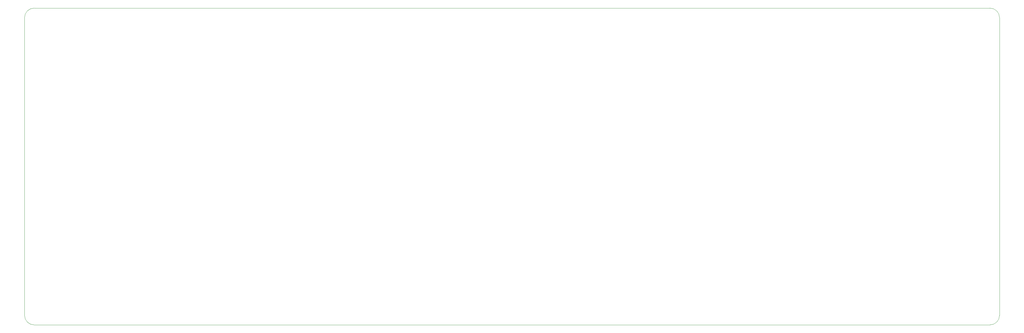
<source format=gm1>
G04 #@! TF.GenerationSoftware,KiCad,Pcbnew,(5.99.0-208-ga1d3f3486)*
G04 #@! TF.CreationDate,2020-08-15T19:48:30+07:00*
G04 #@! TF.ProjectId,pheromone_ansi,70686572-6f6d-46f6-9e65-5f616e73692e,rev?*
G04 #@! TF.SameCoordinates,Original*
G04 #@! TF.FileFunction,Profile,NP*
%FSLAX46Y46*%
G04 Gerber Fmt 4.6, Leading zero omitted, Abs format (unit mm)*
G04 Created by KiCad (PCBNEW (5.99.0-208-ga1d3f3486)) date 2020-08-15 19:48:30*
%MOMM*%
%LPD*%
G04 APERTURE LIST*
%ADD10C,0.100000*%
G04 APERTURE END LIST*
D10*
X39000000Y-48000000D02*
X337000000Y-48000000D01*
X340000000Y-144000000D02*
G75*
G02X337000000Y-147000000I-3000000J0D01*
G01*
X337000000Y-48000000D02*
G75*
G02X340000000Y-51000000I0J-3000000D01*
G01*
X39000000Y-147000000D02*
G75*
G02X36000000Y-144000000I0J3000000D01*
G01*
X36000000Y-51000000D02*
G75*
G02X39000000Y-48000000I3000000J0D01*
G01*
X36000000Y-144000000D02*
X36000000Y-51000000D01*
X337000000Y-147000000D02*
X39000000Y-147000000D01*
X340000000Y-51000000D02*
X340000000Y-144000000D01*
M02*

</source>
